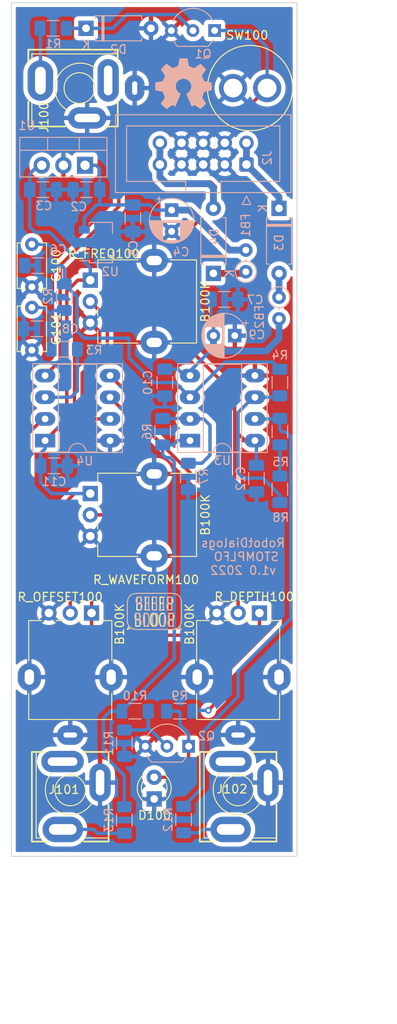
<source format=kicad_pcb>
(kicad_pcb (version 20211014) (generator pcbnew)
  (layers (0 "F.Cu" signal) (31 "B.Cu" signal) (34 "B.Paste" user) (35 "F.Paste" user) (36 "B.SilkS" user "B.Silkscreen") (37 "F.SilkS" user "F.Silkscreen") (38 "B.Mask" user) (39 "F.Mask" user) (44 "Edge.Cuts" user))
  (net 0 "")
  (net 1 "+12V")
  (net 2 "GND")
  (net 3 "-12V")
  (net 4 "+5V")
  (net 5 "-12VA")
  (net 6 "+12VA")
  (net 7 "Net-(Q2-Pad2)")
  (net 8 "Net-(R4-Pad2)")
  (net 9 "Net-(R13-Pad1)")
  (net 10 "Net-(C100-Pad1)")
  (net 11 "Net-(C101-Pad1)")
  (net 12 "Net-(D2-Pad1)")
  (net 13 "Net-(D3-Pad2)")
  (net 14 "Net-(D4-Pad1)")
  (net 15 "Net-(D100-Pad2)")
  (net 16 "Net-(J100-PadT)")
  (net 18 "Net-(J101-PadT)")
  (net 21 "Net-(J102-PadT)")
  (net 22 "Net-(SW100-Pad2)")
  (net 23 "Net-(R3-Pad1)")
  (net 24 "Net-(R5-Pad1)")
  (net 25 "Net-(R12-Pad1)")
  (net 26 "Net-(R7-Pad2)")
  (net 27 "Net-(U4-Pad5)")
  (net 28 "Net-(U4-Pad7)")
  (net 29 "Net-(U4-Pad2)")
  (net 30 "Net-(U4-Pad6)")
  (footprint "My Stuff:Potentiometer_Alpha_RD901F-40-00D_Single_Vertical_w_3d" (layer "F.Cu") (at 156.75 85)
    (fp_text reference "R_FREQ100" (at -5.9 -5.59 180) (layer "F.SilkS"))
    (fp_text value "B100K")
    (fp_text user "${VALUE}" (at 6 0 90 unlocked) (layer "F.SilkS"))
    (pad "1" thru_hole rect (at -7.5 -2.5 90) (size 1.8 1.8) (drill 1) (layers *.Cu *.Mask) (net 4 "+5V"))
    (pad "2" thru_hole circle (at -7.5 0 90) (size 1.8 1.8) (drill 1) (layers *.Cu *.Mask) (net 28 "Net-(U4-Pad7)"))
    (pad "3" thru_hole circle (at -7.5 2.5 90) (size 1.8 1.8) (drill 1) (layers *.Cu *.Mask) (net 2 "GND"))
    (pad "MP" thru_hole oval (at 0 4.8 90) (size 2.72 3.24) (drill oval 1.1 1.8) (layers *.Cu *.Mask) (net 2 "GND"))
    (pad "MP" thru_hole oval (at 0 -4.8 90) (size 2.72 3.24) (drill oval 1.1 1.8) (layers *.Cu *.Mask) (net 2 "GND"))
  )
  (footprint "My Stuff:LED_D3.0mm" (layer "F.Cu") (at 156.75 142.011044 90)
    (fp_text reference "D100" (at -3.188956 0.05) (layer "F.SilkS"))
    (fp_text value "LED?")
    (pad "1" thru_hole rect (at -1.27 0 90) (size 1.8 1.8) (drill 0.9) (layers *.Cu *.Mask) (net 2 "GND"))
    (pad "2" thru_hole circle (at 1.27 0 90) (size 1.8 1.8) (drill 0.9) (layers *.Cu *.Mask) (net 15 "Net-(D100-Pad2)"))
  )
  (footprint "My Stuff:Potentiometer_Alpha_RD901F-40-00D_Single_Vertical_w_3d" (layer "F.Cu") (at 166.6 129 -90)
    (fp_text reference "R_DEPTH100" (at -9.41 -1.89 180) (layer "F.SilkS"))
    (fp_text value "B100K")
    (fp_text user "${VALUE}" (at -6.2 5.7 90 unlocked) (layer "F.SilkS"))
    (pad "1" thru_hole rect (at -7.5 -2.5) (size 1.8 1.8) (drill 1) (layers *.Cu *.Mask) (net 4 "+5V"))
    (pad "2" thru_hole circle (at -7.5 0) (size 1.8 1.8) (drill 1) (layers *.Cu *.Mask) (net 27 "Net-(U4-Pad5)"))
    (pad "3" thru_hole circle (at -7.5 2.5) (size 1.8 1.8) (drill 1) (layers *.Cu *.Mask) (net 2 "GND"))
    (pad "MP" thru_hole oval (at 0 -4.8) (size 2.72 3.24) (drill oval 1.1 1.8) (layers *.Cu *.Mask) (net 2 "GND"))
    (pad "MP" thru_hole oval (at 0 4.8) (size 2.72 3.24) (drill oval 1.1 1.8) (layers *.Cu *.Mask) (net 2 "GND"))
  )
  (footprint "My Stuff:Potentiometer_Alpha_RD901F-40-00D_Single_Vertical_w_3d" (layer "F.Cu") (at 156.75 110)
    (fp_text reference "R_WAVEFORM100" (at -0.95 7.6 180) (layer "F.SilkS"))
    (fp_text value "B100K")
    (fp_text user "${VALUE}" (at 6 0 90 unlocked) (layer "F.SilkS"))
    (pad "1" thru_hole rect (at -7.5 -2.5 90) (size 1.8 1.8) (drill 1) (layers *.Cu *.Mask) (net 4 "+5V"))
    (pad "2" thru_hole circle (at -7.5 0 90) (size 1.8 1.8) (drill 1) (layers *.Cu *.Mask) (net 30 "Net-(U4-Pad6)"))
    (pad "3" thru_hole circle (at -7.5 2.5 90) (size 1.8 1.8) (drill 1) (layers *.Cu *.Mask) (net 2 "GND"))
    (pad "MP" thru_hole oval (at 0 -4.8 90) (size 2.72 3.24) (drill oval 1.1 1.8) (layers *.Cu *.Mask) (net 2 "GND"))
    (pad "MP" thru_hole oval (at 0 4.8 90) (size 2.72 3.24) (drill oval 1.1 1.8) (layers *.Cu *.Mask) (net 2 "GND"))
  )
  (footprint "My Stuff:SW_PS1024ALRED" (layer "F.Cu") (at 168 60)
    (fp_text reference "SW100" (at -0.335 -6.185) (layer "F.SilkS"))
    (fp_text value "SW_Push")
    (pad "1" thru_hole circle (at -2 0) (size 3.32 3.32) (drill 2.21) (layers *.Cu *.Mask) (net 2 "GND"))
    (pad "2" thru_hole circle (at 2 0) (size 3.32 3.32) (drill 2.21) (layers *.Cu *.Mask) (net 22 "Net-(SW100-Pad2)"))
  )
  (footprint "My Stuff:Jack_3.5mm_MJ-355W_and_PJ398SM_Vertical" (layer "F.Cu") (at 146.9 142.25 180)
    (fp_text reference "J101" (at 0.72 0.07) (layer "F.SilkS"))
    (fp_text value "LFO")
    (pad "S" thru_hole oval (at -3.5 0.892911 180) (size 2.5 4.5) (drill oval 1 3) (layers *.Cu *.Mask) (net 2 "GND"))
    (pad "S" thru_hole oval (at 0 6.462911 180) (size 3.1 2.3) (drill oval 1.6 0.6) (layers *.Cu *.Mask) (net 2 "GND"))
    (pad "T" thru_hole oval (at 0.875 -4.6) (size 4.75 3) (drill oval 3.25 1.25) (layers *.Cu *.Mask) (net 18 "Net-(J101-PadT)"))
    (pad "TN" thru_hole oval (at 0.9 3.35 180) (size 5 2.5) (drill oval 3.5 1) (layers *.Cu *.Mask))
  )
  (footprint "My Stuff:Potentiometer_Alpha_RD901F-40-00D_Single_Vertical_w_3d" (layer "F.Cu") (at 146.9 129 -90)
    (fp_text reference "R_OFFSET100" (at -9.38 1.18) (layer "F.SilkS"))
    (fp_text value "B100K")
    (fp_text user "${VALUE}" (at -6.2 -5.8 90 unlocked) (layer "F.SilkS"))
    (pad "1" thru_hole rect (at -7.5 -2.5) (size 1.8 1.8) (drill 1) (layers *.Cu *.Mask) (net 4 "+5V"))
    (pad "2" thru_hole circle (at -7.5 0) (size 1.8 1.8) (drill 1) (layers *.Cu *.Mask) (net 29 "Net-(U4-Pad2)"))
    (pad "3" thru_hole circle (at -7.5 2.5) (size 1.8 1.8) (drill 1) (layers *.Cu *.Mask) (net 2 "GND"))
    (pad "MP" thru_hole oval (at 0 -4.8) (size 2.72 3.24) (drill oval 1.1 1.8) (layers *.Cu *.Mask) (net 2 "GND"))
    (pad "MP" thru_hole oval (at 0 4.8) (size 2.72 3.24) (drill oval 1.1 1.8) (layers *.Cu *.Mask) (net 2 "GND"))
  )
  (footprint "My Stuff:Logo1" (layer "F.Cu") (at 156.75 121.3)
    (fp_text reference "LOGO100" hide)
    (fp_text value "logo1" hide)
    (fp_text user "BLOOP" (at 0.05 1.05) (layer "F.SilkS") (effects (font (size 1.5 1))))
    (fp_text user "BLEEP" (at 0.05 -0.85) (layer "F.SilkS") (effects (font (size 1.5 1))))
  )
  (footprint "My Stuff:Jack_3.5mm_MJ-355W_and_PJ398SM_Vertical" (layer "F.Cu") (at 166.6 142.25 180)
    (fp_text reference "J102" (at 0.72 0.13) (layer "F.SilkS"))
    (fp_text value "LFO_INV")
    (pad "S" thru_hole oval (at 0 6.462911 180) (size 3.1 2.3) (drill oval 1.6 0.6) (layers *.Cu *.Mask) (net 2 "GND"))
    (pad "S" thru_hole oval (at -3.5 0.892911 180) (size 2.5 4.5) (drill oval 1 3) (layers *.Cu *.Mask) (net 2 "GND"))
    (pad "T" thru_hole oval (at 0.875 -4.6) (size 4.75 3) (drill oval 3.25 1.25) (layers *.Cu *.Mask) (net 21 "Net-(J102-PadT)"))
    (pad "TN" thru_hole oval (at 0.9 3.35 180) (size 5 2.5) (drill oval 3.5 1) (layers *.Cu *.Mask))
  )
  (footprint "Capacitor_THT:C_Disc_D5.1mm_W3.2mm_P5.00mm" (layer "F.Cu") (at 142.4 85.7 -90)
    (fp_text reference "C101" (at 2.5 -2.85 90) (layer "F.SilkS"))
    (fp_text value "47nF")
    (pad "1" thru_hole circle locked (at 0 0 270) (size 1.6 1.6) (drill 0.8) (layers *.Cu *.Mask) (net 11 "Net-(C101-Pad1)"))
    (pad "2" thru_hole circle locked (at 5 0 270) (size 1.6 1.6) (drill 0.8) (layers *.Cu *.Mask) (net 2 "GND"))
  )
  (footprint "My Stuff:Jack_3.5mm_MJ-355W_and_PJ398SM_Vertical" (layer "F.Cu") (at 148 60 90)
    (fp_text reference "J100" (at -3.425 -4.175 90) (layer "F.SilkS"))
    (fp_text value "SYNC_IN")
    (pad "S" thru_hole oval (at 0 6.462911 90) (size 3.1 2.3) (drill oval 1.6 0.6) (layers *.Cu *.Mask) (net 2 "GND"))
    (pad "S" thru_hole oval (at -3.5 0.892911 90) (size 2.5 4.5) (drill oval 1 3) (layers *.Cu *.Mask) (net 2 "GND"))
    (pad "T" thru_hole oval (at 0.875 -4.6 270) (size 4.75 3) (drill oval 3.25 1.25) (layers *.Cu *.Mask) (net 16 "Net-(J100-PadT)"))
    (pad "TN" thru_hole oval (at 0.9 3.35 90) (size 5 2.5) (drill oval 3.5 1) (layers *.Cu *.Mask))
  )
  (footprint "My Stuff:Logo2" (layer "F.Cu") (at 156.8 121.3)
    (fp_text reference "LOGO101" hide)
    (fp_text value "logo1" hide)
    (fp_text user "BLEEP" (at -0.05 -0.85) (layer "B.SilkS") (effects (font (size 1.5 1)) (justify mirror)))
    (fp_text user "BLOOP" (at -0.05 1.05) (layer "B.SilkS") (effects (font (size 1.5 1)) (justify mirror)))
  )
  (footprint "Capacitor_THT:C_Disc_D5.1mm_W3.2mm_P5.00mm" (layer "F.Cu") (at 142.4 78.3 -90)
    (fp_text reference "C100" (at 2.5 -2.85 90) (layer "F.SilkS"))
    (fp_text value "4.7nF")
    (pad "1" thru_hole circle locked (at 0 0 270) (size 1.6 1.6) (drill 0.8) (layers *.Cu *.Mask) (net 10 "Net-(C100-Pad1)"))
    (pad "2" thru_hole circle locked (at 5 0 270) (size 1.6 1.6) (drill 0.8) (layers *.Cu *.Mask) (net 2 "GND"))
  )
  (footprint "Resistor_SMD:R_1206_3216Metric_Pad1.30x1.75mm_HandSolder" (layer "B.Cu") (at 160.75 105.5 90)
    (fp_text reference "R7" (at 0 1.82 90) (layer "B.SilkS") (effects (justify mirror)))
    (fp_text value "100k")
    (pad "1" smd roundrect locked (at -1.55 0 90) (size 1.3 1.75) (layers "B.Cu" "B.Paste" "B.Mask") (roundrect_rratio 0.192308) (net 2 "GND"))
    (pad "2" smd roundrect locked (at 1.55 0 90) (size 1.3 1.75) (layers "B.Cu" "B.Paste" "B.Mask") (roundrect_rratio 0.192308) (net 26 "Net-(R7-Pad2)"))
  )
  (footprint "Inductor_THT:L_Axial_L5.3mm_D2.2mm_P2.54mm_Vertical_Vishay_IM-1" (layer "B.Cu") (at 171.4 84.5 -90)
    (fp_text reference "FB2" (at 2.3 2.3 90) (layer "B.SilkS") (effects (justify mirror)))
    (fp_text value "FerriteBead")
    (pad "1" thru_hole circle locked (at 0 0 270) (size 1.6 1.6) (drill 0.8) (layers *.Cu *.Mask) (net 13 "Net-(D3-Pad2)"))
    (pad "2" thru_hole oval locked (at 2.54 0 270) (size 1.6 1.6) (drill 0.8) (layers *.Cu *.Mask) (net 3 "-12V"))
  )
  (footprint "Package_TO_SOT_THT:TO-92_Inline_Wide" (layer "B.Cu") (at 163.84 53.26 180)
    (fp_text reference "Q1" (at 1.36 -2.75) (layer "B.SilkS") (effects (justify mirror)))
    (fp_text value "BC547")
    (pad "1" thru_hole rect locked (at 0 0 180) (size 1.5 1.5) (drill 0.8) (layers *.Cu *.Mask) (net 22 "Net-(SW100-Pad2)"))
    (pad "2" thru_hole circle locked (at 2.54 0 180) (size 1.5 1.5) (drill 0.8) (layers *.Cu *.Mask) (net 12 "Net-(D2-Pad1)"))
    (pad "3" thru_hole circle locked (at 5.08 0 180) (size 1.5 1.5) (drill 0.8) (layers *.Cu *.Mask) (net 2 "GND"))
  )
  (footprint "Resistor_SMD:R_1206_3216Metric_Pad1.30x1.75mm_HandSolder" (layer "B.Cu") (at 159.75 133 180)
    (fp_text reference "R9" (at 0 1.82) (layer "B.SilkS") (effects (justify mirror)))
    (fp_text value "3.3k")
    (pad "1" smd roundrect locked (at -1.55 0 180) (size 1.3 1.75) (layers "B.Cu" "B.Paste" "B.Mask") (roundrect_rratio 0.192308) (net 1 "+12V"))
    (pad "2" smd roundrect locked (at 1.55 0 180) (size 1.3 1.75) (layers "B.Cu" "B.Paste" "B.Mask") (roundrect_rratio 0.192308) (net 15 "Net-(D100-Pad2)"))
  )
  (footprint "Resistor_SMD:R_1206_3216Metric_Pad1.30x1.75mm_HandSolder" (layer "B.Cu") (at 153.25 136.75 -90)
    (fp_text reference "R11" (at 0 1.82 90) (layer "B.SilkS") (effects (justify mirror)))
    (fp_text value "22k")
    (pad "1" smd roundrect locked (at -1.55 0 270) (size 1.3 1.75) (layers "B.Cu" "B.Paste" "B.Mask") (roundrect_rratio 0.192308) (net 7 "Net-(Q2-Pad2)"))
    (pad "2" smd roundrect locked (at 1.55 0 270) (size 1.3 1.75) (layers "B.Cu" "B.Paste" "B.Mask") (roundrect_rratio 0.192308) (net 2 "GND"))
  )
  (footprint "Capacitor_SMD:C_1206_3216Metric_Pad1.33x1.80mm_HandSolder" (layer "B.Cu") (at 143 88.2 180)
    (fp_text reference "C8" (at -3.9 0) (layer "B.SilkS") (effects (justify mirror)))
    (fp_text value "47nF")
    (pad "1" smd roundrect locked (at -1.5625 0 180) (size 1.325 1.8) (layers "B.Cu" "B.Paste" "B.Mask") (roundrect_rratio 0.188679) (net 11 "Net-(C101-Pad1)"))
    (pad "2" smd roundrect locked (at 1.5625 0 180) (size 1.325 1.8) (layers "B.Cu" "B.Paste" "B.Mask") (roundrect_rratio 0.188679) (net 2 "GND"))
  )
  (footprint "Diode_THT:D_A-405_P7.62mm_Horizontal" (layer "B.Cu") (at 171.4 74.09 -90)
    (fp_text reference "D3" (at 4.01 0 90) (layer "B.SilkS") (effects (justify mirror)))
    (fp_text value "D")
    (fp_text user "K" (at 0 1.9 90) (layer "B.SilkS") (effects (justify mirror)))
    (pad "1" thru_hole rect locked (at 0 0 270) (size 1.8 1.8) (drill 0.9) (layers *.Cu *.Mask) (net 5 "-12VA"))
    (pad "2" thru_hole oval locked (at 7.62 0 270) (size 1.8 1.8) (drill 0.9) (layers *.Cu *.Mask) (net 13 "Net-(D3-Pad2)"))
  )
  (footprint "Diode_THT:D_A-405_P7.62mm_Horizontal" (layer "B.Cu") (at 148.75 53)
    (fp_text reference "D2" (at 3.81 2.47 180) (layer "B.SilkS") (effects (justify mirror)))
    (fp_text value "D")
    (fp_text user "K" (at 0 1.9 180) (layer "B.SilkS") (effects (justify mirror)))
    (pad "1" thru_hole rect locked (at 0 0) (size 1.8 1.8) (drill 0.9) (layers *.Cu *.Mask) (net 12 "Net-(D2-Pad1)"))
    (pad "2" thru_hole oval locked (at 7.62 0) (size 1.8 1.8) (drill 0.9) (layers *.Cu *.Mask) (net 2 "GND"))
  )
  (footprint "Resistor_SMD:R_1206_3216Metric_Pad1.30x1.75mm_HandSolder" (layer "B.Cu") (at 146.2 90.6 180)
    (fp_text reference "R3" (at -3.5 -0.1) (layer "B.SilkS") (effects (justify mirror)))
    (fp_text value "10k")
    (pad "1" smd roundrect locked (at -1.55 0 180) (size 1.3 1.75) (layers "B.Cu" "B.Paste" "B.Mask") (roundrect_rratio 0.192308) (net 23 "Net-(R3-Pad1)"))
    (pad "2" smd roundrect locked (at 1.55 0 180) (size 1.3 1.75) (layers "B.Cu" "B.Paste" "B.Mask") (roundrect_rratio 0.192308) (net 11 "Net-(C101-Pad1)"))
  )
  (footprint "Package_TO_SOT_THT:TO-92_Inline_Wide" (layer "B.Cu") (at 160.79 137.11 180)
    (fp_text reference "Q2" (at -2.11 1.21) (layer "B.SilkS") (effects (justify mirror)))
    (fp_text value "2N3906")
    (pad "1" thru_hole rect locked (at 0 0 180) (size 1.5 1.5) (drill 0.8) (layers *.Cu *.Mask) (net 15 "Net-(D100-Pad2)"))
    (pad "2" thru_hole circle locked (at 2.54 0 180) (size 1.5 1.5) (drill 0.8) (layers *.Cu *.Mask) (net 7 "Net-(Q2-Pad2)"))
    (pad "3" thru_hole circle locked (at 5.08 0 180) (size 1.5 1.5) (drill 0.8) (layers *.Cu *.Mask) (net 2 "GND"))
  )
  (footprint "Capacitor_SMD:C_1206_3216Metric_Pad1.33x1.80mm_HandSolder" (layer "B.Cu") (at 143.1 80.8 180)
    (fp_text reference "C6" (at -2.4 1.9) (layer "B.SilkS") (effects (justify mirror)))
    (fp_text value "4.7nF")
    (pad "1" smd roundrect locked (at -1.5625 0 180) (size 1.325 1.8) (layers "B.Cu" "B.Paste" "B.Mask") (roundrect_rratio 0.188679) (net 10 "Net-(C100-Pad1)"))
    (pad "2" smd roundrect locked (at 1.5625 0 180) (size 1.325 1.8) (layers "B.Cu" "B.Paste" "B.Mask") (roundrect_rratio 0.188679) (net 2 "GND"))
  )
  (footprint "Connector_IDC:IDC-Header_2x05_P2.54mm_Vertical" (layer "B.Cu") (at 167.58 68.9525 90)
    (fp_text reference "J2" (at 0.7525 2.42 90) (layer "B.SilkS") (effects (justify mirror)))
    (fp_text value "Conn_02x05_Odd_Even")
    (pad "1" thru_hole roundrect locked (at 0 0 90) (size 1.7 1.7) (drill 1) (layers *.Cu *.Mask) (roundrect_rratio 0.147059) (net 5 "-12VA"))
    (pad "2" thru_hole circle locked (at 2.54 0 90) (size 1.7 1.7) (drill 1) (layers *.Cu *.Mask) (net 5 "-12VA"))
    (pad "3" thru_hole circle locked (at 0 -2.54 90) (size 1.7 1.7) (drill 1) (layers *.Cu *.Mask) (net 2 "GND"))
    (pad "4" thru_hole circle locked (at 2.54 -2.54 90) (size 1.7 1.7) (drill 1) (layers *.Cu *.Mask) (net 2 "GND"))
    (pad "5" thru_hole circle locked (at 0 -5.08 90) (size 1.7 1.7) (drill 1) (layers *.Cu *.Mask) (net 2 "GND"))
    (pad "6" thru_hole circle locked (at 2.54 -5.08 90) (size 1.7 1.7) (drill 1) (layers *.Cu *.Mask) (net 2 "GND"))
    (pad "7" thru_hole circle locked (at 0 -7.62 90) (size 1.7 1.7) (drill 1) (layers *.Cu *.Mask) (net 2 "GND"))
    (pad "8" thru_hole circle locked (at 2.54 -7.62 90) (size 1.7 1.7) (drill 1) (layers *.Cu *.Mask) (net 2 "GND"))
    (pad "9" thru_hole circle locked (at 0 -10.16 90) (size 1.7 1.7) (drill 1) (layers *.Cu *.Mask) (net 6 "+12VA"))
    (pad "10" thru_hole circle locked (at 2.54 -10.16 90) (size 1.7 1.7) (drill 1) (layers *.Cu *.Mask) (net 6 "+12VA"))
  )
  (footprint "Package_DIP:DIP-8_W7.62mm_Socket_LongPads" (layer "B.Cu") (at 160.95 101.3)
    (fp_text reference "U3" (at 3.81 2.33) (layer "B.SilkS") (effects (justify mirror)))
    (fp_text value "TL072")
    (pad "1" thru_hole rect locked (at 0 0) (size 2.4 1.6) (drill 0.8) (layers *.Cu *.Mask) (net 9 "Net-(R13-Pad1)"))
    (pad "2" thru_hole oval locked (at 0 -2.54) (size 2.4 1.6) (drill 0.8) (layers *.Cu *.Mask) (net 26 "Net-(R7-Pad2)"))
    (pad "3" thru_hole oval locked (at 0 -5.08) (size 2.4 1.6) (drill 0.8) (layers *.Cu *.Mask) (net 10 "Net-(C100-Pad1)"))
    (pad "4" thru_hole oval locked (at 0 -7.62) (size 2.4 1.6) (drill 0.8) (layers *.Cu *.Mask) (net 3 "-12V"))
    (pad "5" thru_hole oval locked (at 7.62 -7.62) (size 2.4 1.6) (drill 0.8) (layers *.Cu *.Mask) (net 2 "GND"))
    (pad "6" thru_hole oval locked (at 7.62 -5.08) (size 2.4 1.6) (drill 0.8) (layers *.Cu *.Mask) (net 8 "Net-(R4-Pad2)"))
    (pad "7" thru_hole oval locked (at 7.62 -2.54) (size 2.4 1.6) (drill 0.8) (layers *.Cu *.Mask) (net 25 "Net-(R12-Pad1)"))
    (pad "8" thru_hole oval locked (at 7.62 0) (size 2.4 1.6) (drill 0.8) (layers *.Cu *.Mask) (net 1 "+12V"))
  )
  (footprint "Capacitor_SMD:C_1206_3216Metric_Pad1.33x1.80mm_HandSolder" (layer "B.Cu") (at 145 104.25)
    (fp_text reference "C11" (at 0 1.85) (layer "B.SilkS") (effects (justify mirror)))
    (fp_text value "10nF")
    (pad "1" smd roundrect locked (at -1.5625 0) (size 1.325 1.8) (layers "B.Cu" "B.Paste" "B.Mask") (roundrect_rratio 0.188679) (net 4 "+5V"))
    (pad "2" smd roundrect locked (at 1.5625 0) (size 1.325 1.8) (layers "B.Cu" "B.Paste" "B.Mask") (roundrect_rratio 0.188679) (net 2 "GND"))
  )
  (footprint "Package_TO_SOT_SMD:SOT-89-3" (layer "B.Cu") (at 150.2 78.1)
    (fp_text reference "U2" (at 1.4 3.4) (layer "B.SilkS") (effects (justify mirror)))
    (fp_text value "L78L05_SOT89")
    (pad "1" smd rect locked (at -1.65 1.5) (size 1.3 0.9) (layers "B.Cu" "B.Paste" "B.Mask") (net 4 "+5V"))
    (pad "2" smd custom locked (at -1.5625 0) (size 1.475 0.9) (layers "B.Cu" "B.Paste" "B.Mask") (net 2 "GND") (options (clearance outline) (anchor rect)) (primitives (gr_poly (pts (xy 3.8625 -0.8665) (xy 0.7375 -0.8665) (xy 0.7375 0.8665) (xy 3.8625 0.8665)) (width 0) (fill yes))))
    (pad "3" smd rect locked (at -1.65 -1.5) (size 1.3 0.9) (layers "B.Cu" "B.Paste" "B.Mask") (net 1 "+12V"))
  )
  (footprint "Package_TO_SOT_THT:TO-220-3_Vertical" (layer "B.Cu") (at 148.64 69.045 180)
    (fp_text reference "U1" (at 6.84 4.645) (layer "B.SilkS") (effects (justify mirror)))
    (fp_text value "LM7805_TO220")
    (pad "1" thru_hole rect locked (at 0 0 180) (size 1.905 2) (drill 1.1) (layers *.Cu *.Mask) (net 1 "+12V"))
    (pad "2" thru_hole oval locked (at 2.54 0 180) (size 1.905 2) (drill 1.1) (layers *.Cu *.Mask) (net 2 "GND"))
    (pad "3" thru_hole oval locked (at 5.08 0 180) (size 1.905 2) (drill 1.1) (layers *.Cu *.Mask) (net 4 "+5V"))
  )
  (footprint "Resistor_SMD:R_1206_3216Metric_Pad1.30x1.75mm_HandSolder" (layer "B.Cu") (at 171.5 94.5 -90)
    (fp_text reference "R4" (at -3.2 0 180) (layer "B.SilkS") (effects (justify mirror)))
    (fp_text value "100k")
    (pad "1" smd roundrect locked (at -1.55 0 270) (size 1.3 1.75) (layers "B.Cu" "B.Paste" "B.Mask") (roundrect_rratio 0.192308) (net 10 "Net-(C100-Pad1)"))
    (pad "2" smd roundrect locked (at 1.55 0 270) (size 1.3 1.75) (layers "B.Cu" "B.Paste" "B.Mask") (roundrect_rratio 0.192308) (net 8 "Net-(R4-Pad2)"))
  )
  (footprint "Capacitor_SMD:C_1206_3216Metric_Pad1.33x1.80mm_HandSolder" (layer "B.Cu") (at 143.7 71.9)
    (fp_text reference "C3" (at 0.1 1.9) (layer "B.SilkS") (effects (justify mirror)))
    (fp_text value "100nF")
    (pad "1" smd roundrect locked (at -1.5625 0) (size 1.325 1.8) (layers "B.Cu" "B.Paste" "B.Mask") (roundrect_rratio 0.188679) (net 4 "+5V"))
    (pad "2" smd roundrect locked (at 1.5625 0) (size 1.325 1.8) (layers "B.Cu" "B.Paste" "B.Mask") (roundrect_rratio 0.188679) (net 2 "GND"))
  )
  (footprint "Resistor_SMD:R_1206_3216Metric_Pad1.30x1.75mm_HandSolder" (layer "B.Cu") (at 146.2 84.5 90)
    (fp_text reference "R2" (at 0.1 -1.9 90) (layer "B.SilkS") (effects (justify mirror)))
    (fp_text value "100k")
    (pad "1" smd roundrect locked (at -1.55 0 90) (size 1.3 1.75) (layers "B.Cu" "B.Paste" "B.Mask") (roundrect_rratio 0.192308) (net 11 "Net-(C101-Pad1)"))
    (pad "2" smd roundrect locked (at 1.55 0 90) (size 1.3 1.75) (layers "B.Cu" "B.Paste" "B.Mask") (roundrect_rratio 0.192308) (net 10 "Net-(C100-Pad1)"))
  )
  (footprint "Resistor_SMD:R_1206_3216Metric_Pad1.30x1.75mm_HandSolder" (layer "B.Cu") (at 154.5 133 180)
    (fp_text reference "R10" (at 0 1.82) (layer "B.SilkS") (effects (justify mirror)))
    (fp_text value "100k")
    (pad "1" smd roundrect locked (at -1.55 0 180) (size 1.3 1.75) (layers "B.Cu" "B.Paste" "B.Mask") (roundrect_rratio 0.192308) (net 7 "Net-(Q2-Pad2)"))
    (pad "2" smd roundrect locked (at 1.55 0 180) (size 1.3 1.75) (layers "B.Cu" "B.Paste" "B.Mask") (roundrect_rratio 0.192308) (net 9 "Net-(R13-Pad1)"))
  )
  (footprint "Capacitor_SMD:C_1206_3216Metric_Pad1.33x1.80mm_HandSolder" (layer "B.Cu") (at 168.75 105.75 -90)
    (fp_text reference "C12" (at 0 1.85 90) (layer "B.SilkS") (effects (justify mirror)))
    (fp_text value "10nF")
    (pad "1" smd roundrect locked (at -1.5625 0 270) (size 1.325 1.8) (layers "B.Cu" "B.Paste" "B.Mask") (roundrect_rratio 0.188679) (net 1 "+12V"))
    (pad "2" smd roundrect locked (at 1.5625 0 270) (size 1.325 1.8) (layers "B.Cu" "B.Paste" "B.Mask") (roundrect_rratio 0.188679) (net 2 "GND"))
  )
  (footprint "Inductor_THT:L_Axial_L5.3mm_D2.2mm_P2.54mm_Vertical_Vishay_IM-1" (layer "B.Cu") (at 167.5 81.52 90)
    (fp_text reference "FB1" (at 5.42 0 90) (layer "B.SilkS") (effects (justify mirror)))
    (fp_text value "FerriteBead")
    (pad "1" thru_hole circle locked (at 0 0 90) (size 1.6 1.6) (drill 0.8) (layers *.Cu *.Mask) (net 14 "Net-(D4-Pad1)"))
    (pad "2" thru_hole oval locked (at 2.54 0 90) (size 1.6 1.6) (drill 0.8) (layers *.Cu *.Mask) (net 1 "+12V"))
  )
  (footprint "Resistor_SMD:R_1206_3216Metric_Pad1.30x1.75mm_HandSolder" (layer "B.Cu") (at 160.2 145.7 -90)
    (fp_text reference "R12" (at 0 1.82 90) (layer "B.SilkS") (effects (justify mirror)))
    (fp_text value "1k")
    (pad "1" smd roundrect locked (at -1.55 0 270) (size 1.3 1.75) (layers "B.Cu" "B.Paste" "B.Mask") (roundrect_rratio 0.192308) (net 25 "Net-(R12-Pad1)"))
    (pad "2" smd roundrect locked (at 1.55 0 270) (size 1.3 1.75) (layers "B.Cu" "B.Paste" "B.Mask") (roundrect_rratio 0.192308) (net 21 "Net-(J102-PadT)"))
  )
  (footprint "Capacitor_THT:CP_Radial_D5.0mm_P2.50mm" (layer "B.Cu") (at 158.8 74.294888 -90)
    (fp_text reference "C4" (at 4.905112 -1.1 180) (layer "B.SilkS") (effects (justify mirror)))
    (fp_text value "100uF")
    (pad "1" thru_hole rect locked (at 0 0 270) (size 1.6 1.6) (drill 0.8) (layers *.Cu *.Mask) (net 1 "+12V"))
    (pad "2" thru_hole circle locked (at 2.5 0 270) (size 1.6 1.6) (drill 0.8) (layers *.Cu *.Mask) (net 2 "GND"))
  )
  (footprint "Capacitor_SMD:C_1206_3216Metric_Pad1.33x1.80mm_HandSolder" (layer "B.Cu") (at 158 94.5 90)
    (fp_text reference "C10" (at 0 -2 90) (layer "B.SilkS") (effects (justify mirror)))
    (fp_text value "10nF")
    (pad "1" smd roundrect locked (at -1.5625 0 90) (size 1.325 1.8) (layers "B.Cu" "B.Paste" "B.Mask") (roundrect_rratio 0.188679) (net 2 "GND"))
    (pad "2" smd roundrect locked (at 1.5625 0 90) (size 1.325 1.8) (layers "B.Cu" "B.Paste" "B.Mask") (roundrect_rratio 0.188679) (net 3 "-12V"))
  )
  (footprint "Resistor_SMD:R_1206_3216Metric_Pad1.30x1.75mm_HandSolder" (layer "B.Cu") (at 171.5 100.25 90)
    (fp_text reference "R5" (at -3.55 0.1) (layer "B.SilkS") (effects (justify mirror)))
    (fp_text value "100k")
    (pad "1" smd roundrect locked (at -1.55 0 90) (size 1.3 1.75) (layers "B.Cu" "B.Paste" "B.Mask") (roundrect_rratio 0.192308) (net 24 "Net-(R5-Pad1)"))
    (pad "2" smd roundrect locked (at 1.55 0 90) (size 1.3 1.75) (layers "B.Cu" "B.Paste" "B.Mask") (roundrect_rratio 0.192308) (net 25 "Net-(R12-Pad1)"))
  )
  (footprint "Package_DIP:DIP-8_W7.62mm_Socket_LongPads" (layer "B.Cu") (at 143.95 101.3)
    (fp_text reference "U4" (at 4.65 2.4) (layer "B.SilkS") (effects (justify mirror)))
    (fp_text value "ElectricDruid_STOMPLFO")
    (pad "1" thru_hole rect locked (at 0 0) (size 2.4 1.6) (drill 0.8) (layers *.Cu *.Mask) (net 4 "+5V"))
    (pad "2" thru_hole oval locked (at 0 -2.54) (size 2.4 1.6) (drill 0.8) (layers *.Cu *.Mask) (net 29 "Net-(U4-Pad2)"))
    (pad "3" thru_hole oval locked (at 0 -5.08) (size 2.4 1.6) (drill 0.8) (layers *.Cu *.Mask) (net 23 "Net-(R3-Pad1)"))
    (pad "4" thru_hole oval locked (at 0 -7.62) (size 2.4 1.6) (drill 0.8) (layers *.Cu *.Mask) (net 22 "Net-(SW100-Pad2)"))
    (pad "5" thru_hole oval locked (at 7.62 -7.62) (size 2.4 1.6) (drill 0.8) (layers *.Cu *.Mask) (net 27 "Net-(U4-Pad5)"))
    (pad "6" thru_hole oval locked (at 7.62 -5.08) (size 2.4 1.6) (drill 0.8) (layers *.Cu *.Mask) (net 30 "Net-(U4-Pad6)"))
    (pad "7" thru_hole oval locked (at 7.62 -2.54) (size 2.4 1.6) (drill 0.8) (layers *.Cu *.Mask) (net 28 "Net-(U4-Pad7)"))
    (pad "8" thru_hole oval locked (at 7.62 0) (size 2.4 1.6) (drill 0.8) (layers *.Cu *.Mask) (net 2 "GND"))
  )
  (footprint "Symbol:OSHW-Symbol_6.7x6mm_SilkScreen" (layer "B.Cu") (at 160.2 59.5 180)
    (fp_text reference "LOGO2" hide)
    (fp_text value "Logo_Open_Hardware_Small" hide)
  )
  (footprint "Capacitor_SMD:C_1206_3216Metric_Pad1.33x1.80mm_HandSolder" (layer "B.Cu") (at 154.25 75.25 -90)
    (fp_text reference "C5" (at 3.55 -0.05 90) (layer "B.SilkS") (effects (justify mirror)))
    (fp_text value "10nF")
    (pad "1" smd roundrect locked (at -1.5625 0 270) (size 1.325 1.8) (layers "B.Cu" "B.Paste" "B.Mask") (roundrect_rratio 0.188679) (net 1 "+12V"))
    (pad "2" smd roundrect locked (at 1.5625 0 270) (size 1.325 1.8) (layers "B.Cu" "B.Paste" "B.Mask") (roundrect_rratio 0.188679) (net 2 "GND"))
  )
  (footprint "Diode_THT:D_A-405_P7.62mm_Horizontal" (layer "B.Cu") (at 163.7 81.71 90)
    (fp_text reference "D4" (at 4.31 0.1 90) (layer "B.SilkS") (effects (justify mirror)))
    (fp_text value "D")
    (fp_text user "K" (at 0 1.9 90) (layer "B.SilkS") (effects (justify mirror)))
    (pad "1" thru_hole rect locked (at 0 0 90) (size 1.8 1.8) (drill 0.9) (layers *.Cu *.Mask) (net 14 "Net-(D4-Pad1)"))
    (pad "2" thru_hole oval locked (at 7.62 0 90) (size 1.8 1.8) (drill 0.9) (layers *.Cu *.Mask) (net 6 "+12VA"))
  )
  (footprint "Capacitor_SMD:C_1206_3216Metric_Pad1.33x1.80mm_HandSolder" (layer "B.Cu") (at 165 84.75 180)
    (fp_text reference "C7" (at -3.6 -0.05) (layer "B.SilkS") (effects (justify mirror)))
    (fp_text value "10nF")
    (pad "1" smd roundrect locked (at -1.5625 0 180) (size 1.325 1.8) (layers "B.Cu" "B.Paste" "B.Mask") (roundrect_rratio 0.188679) (net 2 "GND"))
    (pad "2" smd roundrect locked (at 1.5625 0 180) (size 1.325 1.8) (layers "B.Cu" "B.Paste" "B.Mask") (roundrect_rratio 0.188679) (net 3 "-12V"))
  )
  (footprint "Resistor_SMD:R_1206_3216Metric_Pad1.30x1.75mm_HandSolder" (layer "B.Cu") (at 153.25 145.75 -90)
    (fp_text reference "R13" (at 0 1.82 90) (layer "B.SilkS") (effects (justify mirror)))
    (fp_text value "1k")
    (pad "1" smd roundrect locked (at -1.55 0 270) (size 1.3 1.75) (layers "B.Cu" "B.Paste" "B.Mask") (roundrect_rratio 0.192308) (net 9 "Net-(R13-Pad1)"))
    (pad "2" smd roundrect locked (at 1.55 0 270) (size 1.3 1.75) (layers "B.Cu" "B.Paste" "B.Mask") (roundrect_rratio 0.192308) (net 18 "Net-(J101-PadT)"))
  )
  (footprint "Capacitor_THT:CP_Radial_D5.0mm_P2.50mm" (layer "B.Cu") (at 166.205113 89 180)
    (fp_text reference "C9" (at -2.594887 0.1) (layer "B.SilkS") (effects (justify mirror)))
    (fp_text value "100uF")
    (pad "1" thru_hole rect locked (at 0 0 180) (size 1.6 1.6) (drill 0.8) (layers *.Cu *.Mask) (net 2 "GND"))
    (pad "2" thru_hole circle locked (at 2.5 0 180) (size 1.6 1.6) (drill 0.8) (layers *.Cu *.Mask) (net 3 "-12V"))
  )
  (footprint "Resistor_SMD:R_1206_3216Metric_Pad1.30x1.75mm_HandSolder" (layer "B.Cu") (at 144.9 53)
    (fp_text reference "R1" (at 0 1.82) (layer "B.SilkS") (effects (justify mirror)))
    (fp_text value "100k")
    (pad "1" smd roundrect locked (at -1.55 0) (size 1.3 1.75) (layers "B.Cu" "B.Paste" "B.Mask") (roundrect_rratio 0.192308) (net 16 "Net-(J100-PadT)"))
    (pad "2" smd roundrect locked (at 1.55 0) (size 1.3 1.75) (layers "B.Cu" "B.Paste" "B.Mask") (roundrect_rratio 0.192308) (net 12 "Net-(D2-Pad1)"))
  )
  (footprint "Resistor_SMD:R_1206_3216Metric_Pad1.30x1.75mm_HandSolder" (layer "B.Cu") (at 157.75 100.25 -90)
    (fp_text reference "R6" (at 0 1.82 90) (layer "B.SilkS") (effects (justify mirror)))
    (fp_text value "100k")
    (pad "1" smd roundrect locked (at -1.55 0 270) (size 1.3 1.75) (layers "B.Cu" "B.Paste" "B.Mask") (roundrect_rratio 0.192308) (net 26 "Net-(R7-Pad2)"))
    (pad "2" smd roundrect locked (at 1.55 0 270) (size 1.3 1.75) (layers "B.Cu" "B.Paste" "B.Mask") (roundrect_rratio 0.192308) (net 9 "Net-(R13-Pad1)"))
  )
  (footprint "Resistor_SMD:R_1206_3216Metric_Pad1.30x1.75mm_HandSolder" (layer "B.Cu") (at 171.5 107 90)
    (fp_text reference "R8" (at -3.3 0.1 180) (layer "B.SilkS") (effects (justify mirror)))
    (fp_text value "100k")
    (pad "1" smd roundrect locked (at -1.55 0 90) (size 1.3 1.75) (layers "B.Cu" "B.Paste" "B.Mask") (roundrect_rratio 0.192308) (net 8 "Net-(R4-Pad2)"))
    (pad "2" smd roundrect locked (at 1.55 0 90) (size 1.3 1.75) (layers "B.Cu" "B.Paste" "B.Mask") (roundrect_rratio 0.192308) (net 24 "Net-(R5-Pad1)"))
  )
  (footprint "Capacitor_SMD:C_1206_3216Metric_Pad1.33x1.80mm_HandSolder" (layer "B.Cu") (at 148.8 71.9 180)
    (fp_text reference "C2" (at 0.9 -2) (layer "B.SilkS") (effects (justify mirror)))
    (fp_text value "220nF")
    (pad "1" smd roundrect locked (at -1.5625 0 180) (size 1.325 1.8) (layers "B.Cu" "B.Paste" "B.Mask") (roundrect_rratio 0.188679) (net 1 "+12V"))
    (pad "2" smd roundrect locked (at 1.5625 0 180) (size 1.325 1.8) (layers "B.Cu" "B.Paste" "B.Mask") (roundrect_rratio 0.188679) (net 2 "GND"))
  )
  (gr_rect (start 173.5 50) (end 140 150) (layer "Edge.Cuts") (width 0.1) (fill none))
  (gr_text "RobotDialogs\nSTOMPLFO \nv1.0 2022" (at 167.18 114.9) (layer "B.SilkS") (effects (font (size 1 1)) (justify mirror)))
  (segment (start 165.600978 78.98) (end 162.060489 75.439511) (width 0.8) (layer "F.Cu") (net 1))
  (segment (start 166.2 100.1) (end 167.4 101.3) (width 0.4) (layer "F.Cu") (net 1))
  (segment (start 166.2 95.9) (end 166.2 100.1) (width 0.4) (layer "F.Cu") (net 1))
  (segment (start 167.5 78.98) (end 165.600978 78.98) (width 0.8) (layer "F.Cu") (net 1))
  (segment (start 161 90.7) (end 166.2 95.9) (width 0.4) (layer "F.Cu") (net 1))
  (segment (start 166.2 100.1) (end 166.2 108.8) (width 0.4) (layer "F.Cu") (net 1))
  (segment (start 162.060489 75.439511) (end 160.915866 74.294888) (width 0.8) (layer "F.Cu") (net 1))
  (segment (start 160.915866 74.294888) (end 158.8 74.294888) (width 0.8) (layer "F.Cu") (net 1))
  (segment (start 166.2 108.8) (end 171 113.6) (width 0.4) (layer "F.Cu") (net 1))
  (segment (start 164.5 131.5) (end 163.1 132.9) (width 0.4) (layer "F.Cu") (net 1))
  (segment (start 171 113.6) (end 171 122.7) (width 0.4) (layer "F.Cu") (net 1))
  (segment (start 167.1 101.3) (end 168.57 101.3) (width 0.4) (layer "F.Cu") (net 1))
  (segment (start 161 76.5) (end 161 90.7) (width 0.4) (layer "F.Cu") (net 1))
  (segment (start 164.5 129.2) (end 164.5 131.5) (width 0.4) (layer "F.Cu") (net 1))
  (segment (start 161 76.5) (end 162.060489 75.439511) (width 0.4) (layer "F.Cu") (net 1))
  (segment (start 164.5 129.2) (end 171 122.7) (width 0.4) (layer "F.Cu") (net 1))
  (via (at 163.1 132.9) (size 0.8) (drill 0.4) (layers "F.Cu" "B.Cu") (net 1))
  (segment (start 148.55 76.6) (end 148.55 75.15) (width 0.4) (layer "B.Cu") (net 1))
  (segment (start 149.945 69.045) (end 150.3625 69.4625) (width 0.4) (layer "B.Cu") (net 1))
  (segment (start 168.75 101.48) (end 168.57 101.3) (width 0.4) (layer "B.Cu") (net 1))
  (segment (start 148.64 69.045) (end 149.945 69.045) (width 0.4) (layer "B.Cu") (net 1))
  (segment (start 150.3625 73.6375) (end 150.3125 73.6875) (width 0.4) (layer "B.Cu") (net 1))
  (segment (start 150.3125 73.6875) (end 154.25 73.6875) (width 0.4) (layer "B.Cu") (net 1))
  (segment (start 150.3625 69.4625) (end 150.3625 71.9) (width 0.4) (layer "B.Cu") (net 1))
  (segment (start 168.75 104.1875) (end 168.75 101.48) (width 0.4) (layer "B.Cu") (net 1))
  (segment (start 150.3625 71.9) (end 150.3625 73.6375) (width 0.4) (layer "B.Cu") (net 1))
  (segment (start 167.5 78.98) (end 165.58 78.98) (width 0.8) (layer "B.Cu") (net 1))
  (segment (start 150.0125 73.6875) (end 150.3125 73.6875) (width 0.4) (layer "B.Cu") (net 1))
  (segment (start 148.55 75.15) (end 150.0125 73.6875) (width 0.4) (layer "B.Cu") (net 1))
  (segment (start 160.894888 74.294888) (end 158.8 74.294888) (width 0.8) (layer "B.Cu") (net 1))
  (segment (start 156.894888 74.294888) (end 156.2875 73.6875) (width 0.4) (layer "B.Cu") (net 1))
  (segment (start 161.4 132.9) (end 161.3 133) (width 0.4) (layer "B.Cu") (net 1))
  (segment (start 168.57 101.3) (end 168.8 101.3) (width 0.4) (layer "B.Cu") (net 1))
  (segment (start 163.1 132.9) (end 161.4 132.9) (width 0.4) (layer "B.Cu") (net 1))
  (segment (start 158.8 74.294888) (end 156.894888 74.294888) (width 0.4) (layer "B.Cu") (net 1))
  (segment (start 165.58 78.98) (end 160.894888 74.294888) (width 0.8) (layer "B.Cu") (net 1))
  (segment (start 156.2875 73.6875) (end 154.25 73.6875) (width 0.4) (layer "B.Cu") (net 1))
  (segment (start 160.95 93.160226) (end 163.705113 90.405113) (width 0.4) (layer "B.Cu") (net 3))
  (segment (start 163.4 84.7875) (end 163.4375 84.75) (width 0.4) (layer "B.Cu") (net 3))
  (segment (start 163.4 87.1) (end 163.4 84.7875) (width 0.4) (layer "B.Cu") (net 3))
  (segment (start 163.705113 87.405113) (end 163.4 87.1) (width 0.4) (layer "B.Cu") (net 3))
  (segment (start 164.11 90.81) (end 169.89 90.81) (width 0.8) (layer "B.Cu") (net 3))
  (segment (start 159.5375 92.9375) (end 158 92.9375) (width 0.4) (layer "B.Cu") (net 3))
  (segment (start 160.95 93.68) (end 160.28 93.68) (width 0.4) (layer "B.Cu") (net 3))
  (segment (start 171.4 87.04) (end 171.4 89.3) (width 0.8) (layer "B.Cu") (net 3))
  (segment (start 160.95 93.68) (end 160.95 93.160226) (width 0.4) (layer "B.Cu") (net 3))
  (segment (start 171.4 89.3) (end 169.89 90.81) (width 0.8) (layer "B.Cu") (net 3))
  (segment (start 163.705113 89) (end 163.705113 87.405113) (width 0.4) (layer "B.Cu") (net 3))
  (segment (start 163.705113 90.405113) (end 164.11 90.81) (width 0.8) (layer "B.Cu") (net 3))
  (segment (start 160.28 93.68) (end 159.5375 92.9375) (width 0.4) (layer "B.Cu") (net 3))
  (segment (start 163.705113 89) (end 163.705113 90.405113) (width 0.8) (layer "B.Cu") (net 3))
  (segment (start 146.5 117.1) (end 149.4 120) (width 0.4) (layer "F.Cu") (net 4))
  (segment (start 149.25 82.5) (end 147.8 82.5) (width 0.4) (layer "F.Cu") (net 4))
  (segment (start 147.8 82.5) (end 146.5 83.8) (width 0.4) (layer "F.Cu") (net 4))
  (segment (start 146.5 98.75) (end 143.95 101.3) (width 0.4) (layer "F.Cu") (net 4))
  (segment (start 146.5 83.8) (end 146.5 98.75) (width 0.4) (layer "F.Cu") (net 4))
  (segment (start 168.1 124.1) (end 150.1 124.1) (width 0.4) (layer "F.Cu") (net 4))
  (segment (start 149.25 107.5) (end 147.4 107.5) (width 0.4) (layer "F.Cu") (net 4))
  (segment (start 150.1 124.1) (end 149.4 123.4) (width 0.4) (layer "F.Cu") (net 4))
  (segment (start 169.1 121.5) (end 169.1 123.1) (width 0.4) (layer "F.Cu") (net 4))
  (segment (start 149.4 120) (end 149.4 121.5) (width 0.4) (layer "F.Cu") (net 4))
  (segment (start 146.5 108.4) (end 146.5 117.1) (width 0.4) (layer "F.Cu") (net 4))
  (segment (start 169.1 123.1) (end 168.1 124.1) (width 0.4) (layer "F.Cu") (net 4))
  (segment (start 147.4 107.5) (end 146.5 108.4) (width 0.4) (layer "F.Cu") (net 4))
  (segment (start 149.4 123.4) (end 149.4 121.5) (width 0.4) (layer "F.Cu") (net 4))
  (segment (start 142.8 76.9) (end 144.5 76.9) (width 0.4) (layer "B.Cu") (net 4))
  (segment (start 143.56 69.045) (end 143.155 69.045) (width 0.4) (layer "B.Cu") (net 4))
  (segment (start 143.4375 106.2375) (end 143.4375 104.25) (width 0.4) (layer "B.Cu") (net 4))
  (segment (start 142.1375 76.2375) (end 142.8 76.9) (width 0.4) (layer "B.Cu") (net 4))
  (segment (start 147.2 79.6) (end 148.55 79.6) (width 0.4) (layer "B.Cu") (net 4))
  (segment (start 149.25 82.5) (end 149.25 81.05) (width 0.4) (layer "B.Cu") (net 4))
  (segment (start 144.7 107.5) (end 143.4375 106.2375) (width 0.4) (layer "B.Cu") (net 4))
  (segment (start 142.1375 70.0625) (end 142.1375 71.9) (width 0.4) (layer "B.Cu") (net 4))
  (segment (start 149.25 81.05) (end 148.55 80.35) (width 0.4) (layer "B.Cu") (net 4))
  (segment (start 143.4 104.2125) (end 143.4375 104.25) (width 0.4) (layer "B.Cu") (net 4))
  (segment (start 148.55 80.35) (end 148.55 79.6) (width 0.4) (layer "B.Cu") (net 4))
  (segment (start 143.95 101.3) (end 143.95 102.25) (width 0.4) (layer "B.Cu") (net 4))
  (segment (start 142.1375 71.9) (end 142.1375 76.2375) (width 0.4) (layer "B.Cu") (net 4))
  (segment (start 144.5 76.9) (end 147.2 79.6) (width 0.4) (layer "B.Cu") (net 4))
  (segment (start 149.25 107.5) (end 144.7 107.5) (width 0.4) (layer "B.Cu") (net 4))
  (segment (start 143.4 102.8) (end 143.4 104.2125) (width 0.4) (layer "B.Cu") (net 4))
  (segment (start 143.95 102.25) (end 143.4 102.8) (width 0.4) (layer "B.Cu") (net 4))
  (segment (start 143.155 69.045) (end 142.1375 70.0625) (width 0.4) (layer "B.Cu") (net 4))
  (segment (start 171.4 74.09) (end 171.4 72.7725) (width 0.8) (layer "F.Cu") (net 5))
  (segment (start 171.4 72.7725) (end 167.58 68.9525) (width 0.8) (layer "F.Cu") (net 5))
  (segment (start 167.58 66.4125) (end 167.58 68.9525) (width 0.8) (layer "F.Cu") (net 5))
  (segment (start 171.4 74.09) (end 171.4 72.7725) (width 0.8) (layer "B.Cu") (net 5))
  (segment (start 171.4 72.7725) (end 167.58 68.9525) (width 0.8) (layer "B.Cu") (net 5))
  (segment (start 167.58 66.4125) (end 167.58 68.9525) (width 0.8) (layer "B.Cu") (net 5))
  (segment (start 158.2 71.2) (end 163.3 71.2) (width 0.8) (layer "F.Cu") (net 6))
  (segment (start 163.3 71.2) (end 163.75 71.65) (width 0.8) (layer "F.Cu") (net 6))
  (segment (start 163.7 71.7) (end 163.75 71.65) (width 0.8) (layer "F.Cu") (net 6))
  (segment (start 157.42 70.42) (end 158.2 71.2) (width 0.8) (layer "F.Cu") (net 6))
  (segment (start 157.42 66.4125) (end 157.42 68.9525) (width 0.8) (layer "F.Cu") (net 6))
  (segment (start 157.42 68.9525) (end 157.42 70.42) (width 0.8) (layer "F.Cu") (net 6))
  (segment (start 163.7 74.09) (end 163.7 71.7) (width 0.8) (layer "F.Cu") (net 6))
  (segment (start 163.7 71.7) (end 163.7 74.09) (width 0.8) (layer "B.Cu") (net 6))
  (segment (start 157.42 70.42) (end 158.2 71.2) (width 0.8) (layer "B.Cu") (net 6))
  (segment (start 157.42 66.4125) (end 157.42 68.9525) (width 0.8) (layer "B.Cu") (net 6))
  (segment (start 163.2 71.2) (end 163.7 71.7) (width 0.8) (layer "B.Cu") (net 6))
  (segment (start 157.42 68.9525) (end 157.42 70.42) (width 0.8) (layer "B.Cu") (net 6))
  (segment (start 158.2 71.2) (end 163.2 71.2) (width 0.8) (layer "B.Cu") (net 6))
  (segment (start 158.25 137.11) (end 156.05 134.91) (width 0.4) (layer "B.Cu") (net 7))
  (segment (start 155.76 135.2) (end 156.05 134.91) (width 0.4) (layer "B.Cu") (net 7))
  (segment (start 153.25 135.2) (end 155.76 135.2) (width 0.4) (layer "B.Cu") (net 7))
  (segment (start 156.05 134.91) (end 156.05 133) (width 0.4) (layer "B.Cu") (net 7))
  (segment (start 171.33 96.22) (end 171.5 96.05) (width 0.4) (layer "B.Cu") (net 8))
  (segment (start 168.57 96.22) (end 171.33 96.22) (width 0.4) (layer "B.Cu") (net 8))
  (segment (start 168.38 96.22) (end 166.6 98) (width 0.4) (layer "B.Cu") (net 8))
  (segment (start 167.2 105.7) (end 169.5 105.7) (width 0.4) (layer "B.Cu") (net 8))
  (segment (start 169.5 105.7) (end 171.5 107.7) (width 0.4) (layer "B.Cu") (net 8))
  (segment (start 166.6 105.1) (end 167.2 105.7) (width 0.4) (layer "B.Cu") (net 8))
  (segment (start 168.57 96.22) (end 168.38 96.22) (width 0.4) (layer "B.Cu") (net 8))
  (segment (start 171.5 107.7) (end 171.5 108.55) (width 0.4) (layer "B.Cu") (net 8))
  (segment (start 166.6 98) (end 166.6 105.1) (width 0.4) (layer "B.Cu") (net 8))
  (segment (start 153.25 140.55) (end 153.25 144.2) (width 0.4) (layer "B.Cu") (net 9))
  (segment (start 152.95 133) (end 151.6 133) (width 0.4) (layer "B.Cu") (net 9))
  (segment (start 159.1 103.8) (end 158.6 103.3) (width 0.4) (layer "B.Cu") (net 9))
  (segment (start 150.8 138.1) (end 153.25 140.55) (width 0.4) (layer "B.Cu") (net 9))
  (segment (start 152.95 133) (end 159.1 126.85) (width 0.4) (layer "B.Cu") (net 9))
  (segment (start 150.8 133.8) (end 150.8 138.1) (width 0.4) (layer "B.Cu") (net 9))
  (segment (start 157.75 102.95) (end 158.1 103.3) (width 0.4) (layer "B.Cu") (net 9))
  (segment (start 159.5 101.3) (end 159 101.8) (width 0.4) (layer "B.Cu") (net 9))
  (segment (start 151.6 133) (end 150.8 133.8) (width 0.4) (layer "B.Cu") (net 9))
  (segment (start 157.75 101.8) (end 157.75 102.95) (width 0.4) (layer "B.Cu") (net 9))
  (segment (start 159.1 126.85) (end 159.1 103.8) (width 0.4) (layer "B.Cu") (net 9))
  (segment (start 159 101.8) (end 157.75 101.8) (width 0.4) (layer "B.Cu") (net 9))
  (segment (start 158.1 103.3) (end 158.6 103.3) (width 0.4) (layer "B.Cu") (net 9))
  (segment (start 160.95 101.3) (end 159.5 101.3) (width 0.4) (layer "B.Cu") (net 9))
  (segment (start 146.2 82.95) (end 147.7 84.45) (width 0.4) (layer "B.Cu") (net 10))
  (segment (start 156.7 94.5) (end 159.23 94.5) (width 0.4) (layer "B.Cu") (net 10))
  (segment (start 165.07 92.1) (end 160.95 96.22) (width 0.4) (layer "B.Cu") (net 10))
  (segment (start 144.6625 78.6625) (end 144.6625 80.8) (width 0.4) (layer "B.Cu") (net 10))
  (segment (start 147.7 88.5) (end 148.5 89.3) (width 0.4) (layer "B.Cu") (net 10))
  (segment (start 145.9 80.8) (end 146.2 81.1) (width 0.4) (layer "B.Cu") (net 10))
  (segment (start 147.7 84.45) (end 147.7 88.5) (width 0.4) (layer "B.Cu") (net 10))
  (segment (start 146.2 81.1) (end 146.2 82.95) (width 0.4) (layer "B.Cu") (net 10))
  (segment (start 153.8 91.6) (end 156.7 94.5) (width 0.4) (layer "B.Cu") (net 10))
  (segment (start 170.65 92.1) (end 165.07 92.1) (width 0.4) (layer "B.Cu") (net 10))
  (segment (start 144.3 78.3) (end 144.6625 78.6625) (width 0.4) (layer "B.Cu") (net 10))
  (segment (start 153.8 89.3) (end 153.8 91.6) (width 0.4) (layer "B.Cu") (net 10))
  (segment (start 142.4 78.3) (end 144.3 78.3) (width 0.4) (layer "B.Cu") (net 10))
  (segment (start 171.5 92.95) (end 170.65 92.1) (width 0.4) (layer "B.Cu") (net 10))
  (segment (start 148.5 89.3) (end 153.8 89.3) (width 0.4) (layer "B.Cu") (net 10))
  (segment (start 159.23 94.5) (end 160.95 96.22) (width 0.4) (layer "B.Cu") (net 10))
  (segment (start 144.6625 80.8) (end 145.9 80.8) (width 0.4) (layer "B.Cu") (net 10))
  (segment (start 144.5625 86.4625) (end 144.5625 88.2) (width 0.4) (layer "B.Cu") (net 11))
  (segment (start 144.5625 90.5125) (end 144.65 90.6) (width 0.4) (layer "B.Cu") (net 11))
  (segment (start 144.975 86.05) (end 144.5625 86.4625) (width 0.4) (layer "B.Cu") (net 11))
  (segment (start 142.4 85.7) (end 143.8 85.7) (width 0.4) (layer "B.Cu") (net 11))
  (segment (start 143.8 85.7) (end 144.5625 86.4625) (width 0.4) (layer "B.Cu") (net 11))
  (segment (start 146.2 86.05) (end 144.975 86.05) (width 0.4) (layer "B.Cu") (net 11))
  (segment (start 144.5625 88.2) (end 144.5625 90.5125) (width 0.4) (layer "B.Cu") (net 11))
  (segment (start 153.5 51.4) (end 151.9 53) (width 0.4) (layer "B.Cu") (net 12))
  (segment (start 159.44 51.4) (end 153.5 51.4) (width 0.4) (layer "B.Cu") (net 12))
  (segment (start 148.75 53) (end 151.9 53) (width 0.4) (layer "B.Cu") (net 12))
  (segment (start 146.45 53) (end 148.75 53) (width 0.4) (layer "B.Cu") (net 12))
  (segment (start 161.3 53.26) (end 159.44 51.4) (width 0.4) (layer "B.Cu") (net 12))
  (segment (start 171.4 81.71) (end 171.4 84.5) (width 0.8) (layer "F.Cu") (net 13))
  (segment (start 171.4 84.5) (end 171.4 81.71) (width 0.8) (layer "B.Cu") (net 13))
  (segment (start 167.31 81.71) (end 167.5 81.52) (width 0.8) (layer "F.Cu") (net 14))
  (segment (start 163.7 81.71) (end 167.31 81.71) (width 0.8) (layer "F.Cu") (net 14))
  (segment (start 158.958956 140.741044) (end 160.79 138.91) (width 0.4) (layer "F.Cu") (net 15))
  (segment (start 160.79 138.91) (end 160.79 137.11) (width 0.4) (layer "F.Cu") (net 15))
  (segment (start 156.75 140.741044) (end 158.958956 140.741044) (width 0.4) (layer "F.Cu") (net 15))
  (segment (start 159.8 133.2) (end 159.8 134.6) (width 0.4) (layer "B.Cu") (net 15))
  (segment (start 159.6 133) (end 159.8 133.2) (width 0.4) (layer "B.Cu") (net 15))
  (segment (start 158.2 133) (end 159.6 133) (width 0.4) (layer "B.Cu") (net 15))
  (segment (start 160.79 135.59) (end 160.79 137.11) (width 0.4) (layer "B.Cu") (net 15))
  (segment (start 159.8 134.6) (end 160.79 135.59) (width 0.4) (layer "B.Cu") (net 15))
  (segment (start 143.4 59.125) (end 143.4 53.05) (width 0.4) (layer "B.Cu") (net 16))
  (segment (start 143.4 53.05) (end 143.35 53) (width 0.4) (layer "B.Cu") (net 16))
  (segment (start 146.025 146.85) (end 149.65 146.85) (width 0.4) (layer "B.Cu") (net 18))
  (segment (start 149.65 146.85) (end 150.1 147.3) (width 0.4) (layer "B.Cu") (net 18))
  (segment (start 150.1 147.3) (end 153.25 147.3) (width 0.4) (layer "B.Cu") (net 18))
  (segment (start 162.05 147.25) (end 162.45 146.85) (width 0.4) (layer "B.Cu") (net 21))
  (segment (start 160.2 147.25) (end 162.05 147.25) (width 0.4) (layer "B.Cu") (net 21))
  (segment (start 162.45 146.85) (end 165.725 146.85) (width 0.4) (layer "B.Cu") (net 21))
  (segment (start 143.95 93.68) (end 145.715 91.915) (width 0.4) (layer "F.Cu") (net 22))
  (segment (start 145.715 91.915) (end 145.715 80.785) (width 0.4) (layer "F.Cu") (net 22))
  (segment (start 152.6 66.4) (end 152.6 73.9) (width 0.4) (layer "F.Cu") (net 22))
  (segment (start 165.9 64.1) (end 154.9 64.1) (width 0.4) (layer "F.Cu") (net 22))
  (segment (start 170 60) (end 165.9 64.1) (width 0.4) (layer "F.Cu") (net 22))
  (segment (start 145.715 80.785) (end 152.6 73.9) (width 0.4) (layer "F.Cu") (net 22))
  (segment (start 154.9 64.1) (end 152.6 66.4) (width 0.4) (layer "F.Cu") (net 22))
  (segment (start 163.84 53.26) (end 168.06 53.26) (width 0.4) (layer "B.Cu") (net 22))
  (segment (start 170 55.2) (end 170 60) (width 0.4) (layer "B.Cu") (net 22))
  (segment (start 168.06 53.26) (end 170 55.2) (width 0.4) (layer "B.Cu") (net 22))
  (segment (start 147.75 95.45) (end 146.98 96.22) (width 0.4) (layer "B.Cu") (net 23))
  (segment (start 147.75 90.6) (end 147.75 95.45) (width 0.4) (layer "B.Cu") (net 23))
  (segment (start 146.98 96.22) (end 143.95 96.22) (width 0.4) (layer "B.Cu") (net 23))
  (segment (start 171.5 105.45) (end 171.5 101.8) (width 0.4) (layer "B.Cu") (net 24))
  (segment (start 166.6 131.3) (end 166.6 128.3) (width 0.4) (layer "B.Cu") (net 25))
  (segment (start 172.2 100.3) (end 172.77452 100.87452) (width 0.4) (layer "B.Cu") (net 25))
  (segment (start 172.77452 122.12548) (end 172.77452 100.97452) (width 0.4) (layer "B.Cu") (net 25))
  (segment (start 166.6 128.3) (end 172.77452 122.12548) (width 0.4) (layer "B.Cu") (net 25))
  (segment (start 162.5 135.4) (end 166.6 131.3) (width 0.4) (layer "B.Cu") (net 25))
  (segment (start 171.8 100.3) (end 172.2 100.3) (width 0.4) (layer "B.Cu") (net 25))
  (segment (start 171.5 98.7) (end 171.5 100) (width 0.4) (layer "B.Cu") (net 25))
  (segment (start 172.77452 100.87452) (end 172.77452 100.97452) (width 0.4) (layer "B.Cu") (net 25))
  (segment (start 168.57 98.76) (end 171.44 98.76) (width 0.4) (layer "B.Cu") (net 25))
  (segment (start 160.2 144.15) (end 162.5 141.85) (width 0.4) (layer "B.Cu") (net 25))
  (segment (start 171.44 98.76) (end 171.5 98.7) (width 0.4) (layer "B.Cu") (net 25))
  (segment (start 171.5 100) (end 171.8 100.3) (width 0.4) (layer "B.Cu") (net 25))
  (segment (start 162.5 141.85) (end 162.5 135.4) (width 0.4) (layer "B.Cu") (net 25))
  (segment (start 160.95 98.76) (end 162.56 98.76) (width 0.4) (layer "B.Cu") (net 26))
  (segment (start 163.3 103) (end 162.35 103.95) (width 0.4) (layer "B.Cu") (net 26))
  (segment (start 160.89 98.7) (end 160.95 98.76) (width 0.4) (layer "B.Cu") (net 26))
  (segment (start 162.56 98.76) (end 163.3 99.5) (width 0.4) (layer "B.Cu") (net 26))
  (segment (start 163.3 99.5) (end 163.3 103) (width 0.4) (layer "B.Cu") (net 26))
  (segment (start 157.75 98.7) (end 160.89 98.7) (width 0.4) (layer "B.Cu") (net 26))
  (segment (start 162.35 103.95) (end 160.75 103.95) (width 0.4) (layer "B.Cu") (net 26))
  (segment (start 155.6 99.7) (end 155.6 97.71) (width 0.4) (layer "F.Cu") (net 27))
  (segment (start 166.6 121.5) (end 166.6 110.7) (width 0.4) (layer "F.Cu") (net 27))
  (segment (start 166.6 110.7) (end 155.6 99.7) (width 0.4) (layer "F.Cu") (net 27))
  (segment (start 155.6 97.71) (end 151.57 93.68) (width 0.4) (layer "F.Cu") (net 27))
  (segment (start 148.3 97.6) (end 149.46 98.76) (width 0.4) (layer "F.Cu") (net 28))
  (segment (start 148.3 93.4) (end 148.3 97.6) (width 0.4) (layer "F.Cu") (net 28))
  (segment (start 151.25 87) (end 151.25 90.45) (width 0.4) (layer "F.Cu") (net 28))
  (segment (start 149.46 98.76) (end 151.57 98.76) (width 0.4) (layer "F.Cu") (net 28))
  (segment (start 149.25 85) (end 151.25 87) (width 0.4) (layer "F.Cu") (net 28))
  (segment (start 151.25 90.45) (end 148.3 93.4) (width 0.4) (layer "F.Cu") (net 28))
  (segment (start 143.95 98.76) (end 143.690978 98.76) (width 0.4) (layer "F.Cu") (net 29))
  (segment (start 143.690978 98.76) (end 142 100.450978) (width 0.4) (layer "F.Cu") (net 29))
  (segment (start 143.1 118.7) (end 146 118.7) (width 0.4) (layer "F.Cu") (net 29))
  (segment (start 142 100.450978) (end 142 117.6) (width 0.4) (layer "F.Cu") (net 29))
  (segment (start 146 118.7) (end 146.9 119.6) (width 0.4) (layer "F.Cu") (net 29))
  (segment (start 142 117.6) (end 143.1 118.7) (width 0.4) (layer "F.Cu") (net 29))
  (segment (start 146.9 119.6) (end 146.9 121.5) (width 0.4) (layer "F.Cu") (net 29))
  (segment (start 151.2 110) (end 153.6 107.6) (width 0.4) (layer "F.Cu") (net 30))
  (segment (start 149.25 110) (end 151.2 110) (width 0.4) (layer "F.Cu") (net 30))
  (segment (start 153.6 98.25) (end 151.57 96.22) (width 0.4) (layer "F.Cu") (net 30))
  (segment (start 153.6 107.6) (end 153.6 98.25) (width 0.4) (layer "F.Cu") (net 30))
  (zone (net 2) (net_name "GND") (layers F&B.Cu) (connect_pads (clearance 0.508)) (min_thickness 0.254) (fill yes (thermal_gap 0.508) (thermal_bridge_width 0.508))
    (polygon (pts (xy 173 149.5) (xy 140.5 149.5) (xy 140.5 50.5) (xy 173 50.5)))
  )
)
</source>
